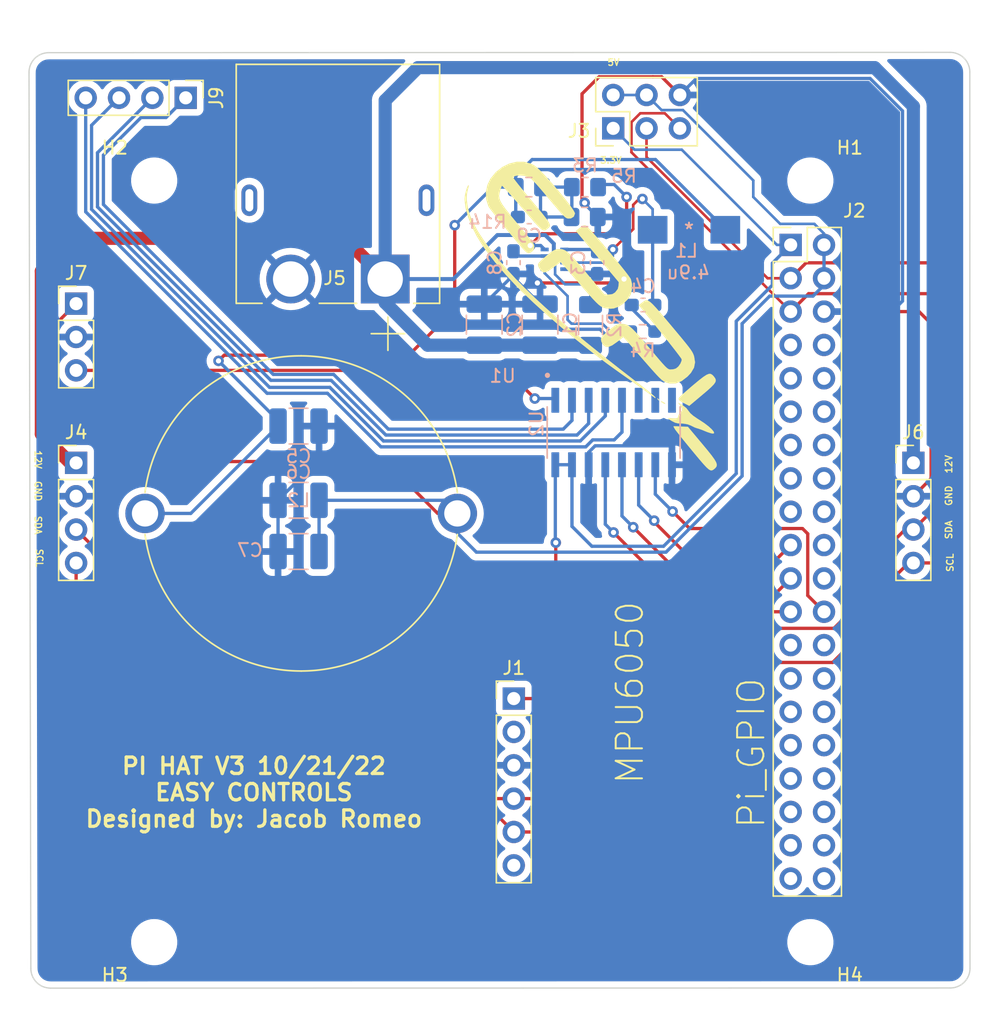
<source format=kicad_pcb>
(kicad_pcb (version 20211014) (generator pcbnew)
  (layers (0 "F.Cu" signal) (31 "B.Cu" signal) (34 "B.Paste" user) (35 "F.Paste" user) (36 "B.SilkS" user "B.Silkscreen") (37 "F.SilkS" user "F.Silkscreen") (38 "B.Mask" user) (39 "F.Mask" user) (44 "Edge.Cuts" user))
  (net 0 "")
  (net 14 "/3.3V")
  (net 17 "/MOSI")
  (net 18 "/MISO")
  (net 19 "/CS")
  (net 36 "Net-(C8-Pad1)")
  (net 37 "GND")
  (net 38 "12V")
  (net 39 "/5V")
  (net 40 "/SCL")
  (net 41 "/SDA")
  (net 42 "Net-(C3-Pad1)")
  (net 43 "Net-(C4-Pad1)")
  (net 44 "Net-(C4-Pad2)")
  (net 45 "Net-(C5-Pad1)")
  (net 46 "Net-(R2-Pad2)")
  (net 47 "Net-(R3-Pad1)")
  (net 48 "Net-(C9-Pad2)")
  (net 49 "Net-(R4-Pad1)")
  (net 50 "/PS")
  (net 51 "/SCLK")
  (net 52 "/A-D Converter/CELL1")
  (net 53 "/A-D Converter/CELL2")
  (net 54 "/A-D Converter/CELL3")
  (net 55 "/A-D Converter/VT")
  (footprint "Connector_PinHeader_2.54mm:PinHeader_2x03_P2.54mm_Vertical" (layer "F.Cu") (at 137.475 70.525 90)
    (fp_text reference "J3" (at -0.2 -2.6) (layer "F.SilkS"))
    (fp_text value "Display")
    (pad "1" thru_hole rect locked (at 0 0 90) (size 1.7 1.7) (drill 1) (layers *.Cu *.Mask) (net 14 "/3.3V"))
    (pad "2" thru_hole oval locked (at 2.54 0 90) (size 1.7 1.7) (drill 1) (layers *.Cu *.Mask) (net 39 "/5V"))
    (pad "3" thru_hole oval locked (at 0 2.54 90) (size 1.7 1.7) (drill 1) (layers *.Cu *.Mask) (net 41 "/SDA"))
    (pad "4" thru_hole oval locked (at 2.54 2.54 90) (size 1.7 1.7) (drill 1) (layers *.Cu *.Mask) (net 39 "/5V"))
    (pad "5" thru_hole oval locked (at 0 5.08 90) (size 1.7 1.7) (drill 1) (layers *.Cu *.Mask) (net 40 "/SCL"))
    (pad "6" thru_hole oval locked (at 2.54 5.08 90) (size 1.7 1.7) (drill 1) (layers *.Cu *.Mask) (net 37 "GND"))
  )
  (footprint "MountingHole:MountingHole_2.5mm" (layer "F.Cu") (at 152.5 74.5)
    (fp_text reference "H1" (at 3 -2.5) (layer "F.SilkS"))
    (fp_text value "MountingHole" hide)
    (pad "" np_thru_hole circle locked (at 0 0) (size 2.5 2.5) (drill 2.5) (layers *.Cu *.Mask))
  )
  (footprint "MountingHole:MountingHole_2.5mm" (layer "F.Cu") (at 102.5 74.5)
    (fp_text reference "H2" (at -3 -2.5) (layer "F.SilkS"))
    (fp_text value "MountingHole" hide)
    (pad "" np_thru_hole circle locked (at 0 0) (size 2.5 2.5) (drill 2.5) (layers *.Cu *.Mask))
  )
  (footprint "MountingHole:MountingHole_2.5mm" (layer "F.Cu") (at 102.5 132.5)
    (fp_text reference "H3" (at -3 2.5) (layer "F.SilkS"))
    (fp_text value "MountingHole" hide)
    (pad "" np_thru_hole circle locked (at 0 0) (size 2.5 2.5) (drill 2.5) (layers *.Cu *.Mask))
  )
  (footprint "Connector_PinHeader_2.54mm:PinHeader_1x06_P2.54mm_Vertical" (layer "F.Cu") (at 129.9 113.95)
    (fp_text reference "J1" (at 0 -2.33) (layer "F.SilkS"))
    (fp_text value "MPU 6050")
    (pad "1" thru_hole rect (at 0 0) (size 1.7 1.7) (drill 1) (layers *.Cu *.Mask) (net 14 "/3.3V"))
    (pad "2" thru_hole oval (at 0 2.54) (size 1.7 1.7) (drill 1) (layers *.Cu *.Mask))
    (pad "3" thru_hole oval (at 0 5.08) (size 1.7 1.7) (drill 1) (layers *.Cu *.Mask) (net 37 "GND"))
    (pad "4" thru_hole oval (at 0 7.62) (size 1.7 1.7) (drill 1) (layers *.Cu *.Mask) (net 40 "/SCL"))
    (pad "5" thru_hole oval (at 0 10.16) (size 1.7 1.7) (drill 1) (layers *.Cu *.Mask) (net 41 "/SDA"))
    (pad "6" thru_hole oval (at 0 12.7) (size 1.7 1.7) (drill 1) (layers *.Cu *.Mask))
  )
  (footprint "MountingHole:MountingHole_2.5mm" (layer "F.Cu") (at 152.5 132.5)
    (fp_text reference "H4" (at 3 2.5) (layer "F.SilkS"))
    (fp_text value "MountingHole" hide)
    (pad "" np_thru_hole circle locked (at 0 0) (size 2.5 2.5) (drill 2.5) (layers *.Cu *.Mask))
  )
  (footprint "Connector_PinHeader_2.54mm:PinHeader_2x20_P2.54mm_Vertical" (layer "F.Cu") (at 151 79.4)
    (fp_text reference "J2" (at 4.85 -2.6) (layer "F.SilkS"))
    (fp_text value "Pi_GPIO" (at -3 38.7 90) (layer "F.SilkS") (effects (font (size 2 2))))
    (pad "1" thru_hole rect locked (at 0 0) (size 1.7 1.7) (drill 1) (layers *.Cu *.Mask) (net 14 "/3.3V"))
    (pad "2" thru_hole oval locked (at 2.54 0) (size 1.7 1.7) (drill 1) (layers *.Cu *.Mask) (net 39 "/5V"))
    (pad "3" thru_hole oval locked (at 0 2.54) (size 1.7 1.7) (drill 1) (layers *.Cu *.Mask) (net 41 "/SDA"))
    (pad "4" thru_hole oval locked (at 2.54 2.54) (size 1.7 1.7) (drill 1) (layers *.Cu *.Mask) (net 39 "/5V"))
    (pad "5" thru_hole oval locked (at 0 5.08) (size 1.7 1.7) (drill 1) (layers *.Cu *.Mask) (net 40 "/SCL"))
    (pad "6" thru_hole oval locked (at 2.54 5.08) (size 1.7 1.7) (drill 1) (layers *.Cu *.Mask) (net 37 "GND"))
    (pad "7" thru_hole oval locked (at 0 7.62) (size 1.7 1.7) (drill 1) (layers *.Cu *.Mask))
    (pad "8" thru_hole oval locked (at 2.54 7.62) (size 1.7 1.7) (drill 1) (layers *.Cu *.Mask))
    (pad "9" thru_hole oval locked (at 0 10.16) (size 1.7 1.7) (drill 1) (layers *.Cu *.Mask))
    (pad "10" thru_hole oval locked (at 2.54 10.16) (size 1.7 1.7) (drill 1) (layers *.Cu *.Mask))
    (pad "11" thru_hole oval locked (at 0 12.7) (size 1.7 1.7) (drill 1) (layers *.Cu *.Mask))
    (pad "12" thru_hole oval locked (at 2.54 12.7) (size 1.7 1.7) (drill 1) (layers *.Cu *.Mask))
    (pad "13" thru_hole oval locked (at 0 15.24) (size 1.7 1.7) (drill 1) (layers *.Cu *.Mask))
    (pad "14" thru_hole oval locked (at 2.54 15.24) (size 1.7 1.7) (drill 1) (layers *.Cu *.Mask))
    (pad "15" thru_hole oval locked (at 0 17.78) (size 1.7 1.7) (drill 1) (layers *.Cu *.Mask))
    (pad "16" thru_hole oval locked (at 2.54 17.78) (size 1.7 1.7) (drill 1) (layers *.Cu *.Mask))
    (pad "17" thru_hole oval locked (at 0 20.32) (size 1.7 1.7) (drill 1) (layers *.Cu *.Mask))
    (pad "18" thru_hole oval locked (at 2.54 20.32) (size 1.7 1.7) (drill 1) (layers *.Cu *.Mask))
    (pad "19" thru_hole oval locked (at 0 22.86) (size 1.7 1.7) (drill 1) (layers *.Cu *.Mask) (net 17 "/MOSI"))
    (pad "20" thru_hole oval locked (at 2.54 22.86) (size 1.7 1.7) (drill 1) (layers *.Cu *.Mask))
    (pad "21" thru_hole oval locked (at 0 25.4) (size 1.7 1.7) (drill 1) (layers *.Cu *.Mask) (net 18 "/MISO"))
    (pad "22" thru_hole oval locked (at 2.54 25.4) (size 1.7 1.7) (drill 1) (layers *.Cu *.Mask))
    (pad "23" thru_hole oval locked (at 0 27.94) (size 1.7 1.7) (drill 1) (layers *.Cu *.Mask) (net 51 "/SCLK"))
    (pad "24" thru_hole oval locked (at 2.54 27.94) (size 1.7 1.7) (drill 1) (layers *.Cu *.Mask) (net 19 "/CS"))
    (pad "25" thru_hole oval locked (at 0 30.48) (size 1.7 1.7) (drill 1) (layers *.Cu *.Mask))
    (pad "26" thru_hole oval locked (at 2.54 30.48) (size 1.7 1.7) (drill 1) (layers *.Cu *.Mask))
    (pad "27" thru_hole oval locked (at 0 33.02) (size 1.7 1.7) (drill 1) (layers *.Cu *.Mask))
    (pad "28" thru_hole oval locked (at 2.54 33.02) (size 1.7 1.7) (drill 1) (layers *.Cu *.Mask))
    (pad "29" thru_hole oval locked (at 0 35.56) (size 1.7 1.7) (drill 1) (layers *.Cu *.Mask))
    (pad "30" thru_hole oval locked (at 2.54 35.56) (size 1.7 1.7) (drill 1) (layers *.Cu *.Mask))
    (pad "31" thru_hole oval locked (at 0 38.1) (size 1.7 1.7) (drill 1) (layers *.Cu *.Mask))
    (pad "32" thru_hole oval locked (at 2.54 38.1) (size 1.7 1.7) (drill 1) (layers *.Cu *.Mask))
    (pad "33" thru_hole oval locked (at 0 40.64) (size 1.7 1.7) (drill 1) (layers *.Cu *.Mask))
    (pad "34" thru_hole oval locked (at 2.54 40.64) (size 1.7 1.7) (drill 1) (layers *.Cu *.Mask))
    (pad "35" thru_hole oval locked (at 0 43.18) (size 1.7 1.7) (drill 1) (layers *.Cu *.Mask))
    (pad "36" thru_hole oval locked (at 2.54 43.18) (size 1.7 1.7) (drill 1) (layers *.Cu *.Mask))
    (pad "37" thru_hole oval locked (at 0 45.72) (size 1.7 1.7) (drill 1) (layers *.Cu *.Mask))
    (pad "38" thru_hole oval locked (at 2.54 45.72) (size 1.7 1.7) (drill 1) (layers *.Cu *.Mask))
    (pad "39" thru_hole oval locked (at 0 48.26) (size 1.7 1.7) (drill 1) (layers *.Cu *.Mask))
    (pad "40" thru_hole oval locked (at 2.54 48.26) (size 1.7 1.7) (drill 1) (layers *.Cu *.Mask))
  )
  (footprint "Connector_PinHeader_2.54mm:PinHeader_1x04_P2.54mm_Vertical" (layer "F.Cu") (at 96.55 96)
    (fp_text reference "J4" (at 0 -2.33) (layer "F.SilkS"))
    (fp_text value "Conn_01x04_Male")
    (pad "1" thru_hole rect (at 0 0) (size 1.7 1.7) (drill 1) (layers *.Cu *.Mask) (net 38 "12V"))
    (pad "2" thru_hole oval (at 0 2.54) (size 1.7 1.7) (drill 1) (layers *.Cu *.Mask) (net 37 "GND"))
    (pad "3" thru_hole oval (at 0 5.08) (size 1.7 1.7) (drill 1) (layers *.Cu *.Mask) (net 40 "/SCL"))
    (pad "4" thru_hole oval (at 0 7.62) (size 1.7 1.7) (drill 1) (layers *.Cu *.Mask) (net 41 "/SDA"))
  )
  (footprint ".pretty:AMASS_XT60PW-M" (layer "F.Cu") (at 116.5 76)
    (fp_text reference "J5" (at -0.25 5.93425) (layer "F.SilkS") (effects (font (size 1.000441 1.000441))))
    (fp_text value "XT60PW-M")
    (pad "1" thru_hole rect locked (at 3.6 6) (size 3.716 3.716) (drill 2.7) (layers *.Cu *.Mask) (net 38 "12V"))
    (pad "2" thru_hole circle locked (at -3.6 6) (size 3.716 3.716) (drill 2.7) (layers *.Cu *.Mask) (net 37 "GND"))
    (pad "S1" thru_hole oval locked (at 6.75 0) (size 1.2 2.4) (drill oval 0.6 1.7) (layers *.Cu *.Mask))
    (pad "S2" thru_hole oval locked (at -6.75 0) (size 1.2 2.4) (drill oval 0.6 1.7) (layers *.Cu *.Mask))
  )
  (footprint ".pretty:eppl_logo" (layer "F.Cu") (at 136.869358 85.090162 -50)
    (fp_text reference "G***" hide)
    (fp_text value "LOGO" hide)
  )
  (footprint ".pretty:IND_AIRD-02-151K" (layer "F.Cu") (at 113.7 99.85)
    (fp_text reference "L2" (at -0.2 -1) (layer "B.SilkS") (effects (justify mirror)))
    (fp_text value "220u")
    (pad "1" thru_hole circle (at -11.9 0) (size 3 3) (drill 2) (layers *.Cu *.Mask) (net 45 "Net-(C5-Pad1)"))
    (pad "2" thru_hole circle (at 11.9 0) (size 3 3) (drill 2) (layers *.Cu *.Mask) (net 39 "/5V"))
  )
  (footprint "Connector_PinHeader_2.54mm:PinHeader_1x04_P2.54mm_Vertical" (layer "F.Cu") (at 160.35 96)
    (fp_text reference "J6" (at 0 -2.33) (layer "F.SilkS"))
    (fp_text value "Conn_01x04_Male")
    (pad "1" thru_hole rect (at 0 0) (size 1.7 1.7) (drill 1) (layers *.Cu *.Mask) (net 38 "12V"))
    (pad "2" thru_hole oval (at 0 2.54) (size 1.7 1.7) (drill 1) (layers *.Cu *.Mask) (net 37 "GND"))
    (pad "3" thru_hole oval (at 0 5.08) (size 1.7 1.7) (drill 1) (layers *.Cu *.Mask) (net 40 "/SCL"))
    (pad "4" thru_hole oval (at 0 7.62) (size 1.7 1.7) (drill 1) (layers *.Cu *.Mask) (net 41 "/SDA"))
  )
  (footprint "Connector_PinHeader_2.54mm:PinHeader_1x03_P2.54mm_Vertical" (layer "F.Cu") (at 96.55 83.875)
    (fp_text reference "J7" (at 0 -2.33) (layer "F.SilkS"))
    (fp_text value "Pressure Sensor")
    (pad "1" thru_hole rect (at 0 0) (size 1.7 1.7) (drill 1) (layers *.Cu *.Mask) (net 39 "/5V"))
    (pad "2" thru_hole oval (at 0 2.54) (size 1.7 1.7) (drill 1) (layers *.Cu *.Mask) (net 37 "GND"))
    (pad "3" thru_hole oval (at 0 5.08) (size 1.7 1.7) (drill 1) (layers *.Cu *.Mask) (net 50 "/PS"))
  )
  (footprint "Connector_PinHeader_2.54mm:PinHeader_1x04_P2.54mm_Vertical" (layer "F.Cu") (at 104.9 68.2 -90)
    (fp_text reference "J9" (at 0 -2.33 90) (layer "F.SilkS"))
    (fp_text value "JST-BATT")
    (pad "1" thru_hole rect (at 0 0 270) (size 1.7 1.7) (drill 1) (layers *.Cu *.Mask) (net 52 "/A-D Converter/CELL1"))
    (pad "2" thru_hole oval (at 0 2.54 270) (size 1.7 1.7) (drill 1) (layers *.Cu *.Mask) (net 53 "/A-D Converter/CELL2"))
    (pad "3" thru_hole oval (at 0 5.08 270) (size 1.7 1.7) (drill 1) (layers *.Cu *.Mask) (net 54 "/A-D Converter/CELL3"))
    (pad "4" thru_hole oval (at 0 7.62 270) (size 1.7 1.7) (drill 1) (layers *.Cu *.Mask) (net 55 "/A-D Converter/VT"))
  )
  (footprint "Capacitor_SMD:C_1210_3225Metric_Pad1.33x2.70mm_HandSolder" (layer "B.Cu") (at 113.5 102.75 180)
    (fp_text reference "C7" (at 3.7 0.1) (layer "B.SilkS") (effects (justify mirror)))
    (fp_text value "22u")
    (pad "1" smd roundrect (at -1.5625 0 180) (size 1.325 2.7) (layers "B.Cu" "B.Paste" "B.Mask") (roundrect_rratio 0.1886792453) (net 39 "/5V"))
    (pad "2" smd roundrect (at 1.5625 0 180) (size 1.325 2.7) (layers "B.Cu" "B.Paste" "B.Mask") (roundrect_rratio 0.1886792453) (net 37 "GND"))
  )
  (footprint "Capacitor_SMD:C_0603_1608Metric_Pad1.08x0.95mm_HandSolder" (layer "B.Cu") (at 131.075 77.275)
    (fp_text reference "C9" (at 0 1.43) (layer "B.SilkS") (effects (justify mirror)))
    (fp_text value "10p")
    (pad "1" smd roundrect (at -0.8625 0) (size 1.075 0.95) (layers "B.Cu" "B.Paste" "B.Mask") (net 45 "Net-(C5-Pad1)"))
    (pad "2" smd roundrect (at 0.8625 0) (size 1.075 0.95) (layers "B.Cu" "B.Paste" "B.Mask") (net 48 "Net-(C9-Pad2)"))
  )
  (footprint "Capacitor_SMD:C_0603_1608Metric_Pad1.08x0.95mm_HandSolder" (layer "B.Cu") (at 136.25 80.75 -90)
    (fp_text reference "C3" (at 0 1.43 90) (layer "B.SilkS") (effects (justify mirror)))
    (fp_text value "1n")
    (pad "1" smd roundrect (at -0.8625 0 270) (size 1.075 0.95) (layers "B.Cu" "B.Paste" "B.Mask") (net 42 "Net-(C3-Pad1)"))
    (pad "2" smd roundrect (at 0.8625 0 270) (size 1.075 0.95) (layers "B.Cu" "B.Paste" "B.Mask") (net 37 "GND"))
  )
  (footprint "Capacitor_SMD:C_1210_3225Metric_Pad1.33x2.70mm_HandSolder" (layer "B.Cu") (at 113.5 98.85 180)
    (fp_text reference "C6" (at 0 2.15) (layer "B.SilkS") (effects (justify mirror)))
    (fp_text value "22u")
    (pad "1" smd roundrect (at -1.5625 0 180) (size 1.325 2.7) (layers "B.Cu" "B.Paste" "B.Mask") (roundrect_rratio 0.1886792453) (net 39 "/5V"))
    (pad "2" smd roundrect (at 1.5625 0 180) (size 1.325 2.7) (layers "B.Cu" "B.Paste" "B.Mask") (roundrect_rratio 0.1886792453) (net 37 "GND"))
  )
  (footprint "Capacitor_SMD:C_1210_3225Metric_Pad1.33x2.70mm_HandSolder" (layer "B.Cu") (at 131.9 85.475 90)
    (fp_text reference "C1" (at 0 2.3 90) (layer "B.SilkS") (effects (justify mirror)))
    (fp_text value "22u")
    (pad "1" smd roundrect (at -1.5625 0 90) (size 1.325 2.7) (layers "B.Cu" "B.Paste" "B.Mask") (roundrect_rratio 0.1886792453) (net 38 "12V"))
    (pad "2" smd roundrect (at 1.5625 0 90) (size 1.325 2.7) (layers "B.Cu" "B.Paste" "B.Mask") (roundrect_rratio 0.1886792453) (net 37 "GND"))
  )
  (footprint "Capacitor_SMD:C_1210_3225Metric_Pad1.33x2.70mm_HandSolder" (layer "B.Cu") (at 127.65 85.475 90)
    (fp_text reference "C2" (at 0 2.3 90) (layer "B.SilkS") (effects (justify mirror)))
    (fp_text value "0.1u")
    (pad "1" smd roundrect (at -1.5625 0 90) (size 1.325 2.7) (layers "B.Cu" "B.Paste" "B.Mask") (roundrect_rratio 0.1886792453) (net 38 "12V"))
    (pad "2" smd roundrect (at 1.5625 0 90) (size 1.325 2.7) (layers "B.Cu" "B.Paste" "B.Mask") (roundrect_rratio 0.1886792453) (net 37 "GND"))
  )
  (footprint "Resistor_SMD:R_1206_3216Metric_Pad1.30x1.75mm_HandSolder" (layer "B.Cu") (at 135.75 85.5 90)
    (fp_text reference "R2" (at 0 1.82 90) (layer "B.SilkS") (effects (justify mirror)))
    (fp_text value "604k")
    (pad "1" smd roundrect (at -1.55 0 90) (size 1.3 1.75) (layers "B.Cu" "B.Paste" "B.Mask") (roundrect_rratio 0.1923076923) (net 38 "12V"))
    (pad "2" smd roundrect (at 1.55 0 90) (size 1.3 1.75) (layers "B.Cu" "B.Paste" "B.Mask") (roundrect_rratio 0.1923076923) (net 46 "Net-(R2-Pad2)"))
  )
  (footprint "Capacitor_SMD:C_0603_1608Metric_Pad1.08x0.95mm_HandSolder" (layer "B.Cu") (at 139.75 83.975 180)
    (fp_text reference "C4" (at 0 1.43) (layer "B.SilkS") (effects (justify mirror)))
    (fp_text value "1u")
    (pad "1" smd roundrect (at -0.8625 0 180) (size 1.075 0.95) (layers "B.Cu" "B.Paste" "B.Mask") (net 43 "Net-(C4-Pad1)"))
    (pad "2" smd roundrect (at 0.8625 0 180) (size 1.075 0.95) (layers "B.Cu" "B.Paste" "B.Mask") (net 44 "Net-(C4-Pad2)"))
  )
  (footprint "Resistor_SMD:R_0805_2012Metric_Pad1.20x1.40mm_HandSolder" (layer "B.Cu") (at 135.3 77.275 180)
    (fp_text reference "R5" (at -3 3.125) (layer "B.SilkS") (effects (justify mirror)))
    (fp_text value "7.68K")
    (pad "1" smd roundrect (at -1 0 180) (size 1.2 1.4) (layers "B.Cu" "B.Paste" "B.Mask") (roundrect_rratio 0.2083333333) (net 37 "GND"))
    (pad "2" smd roundrect (at 1 0 180) (size 1.2 1.4) (layers "B.Cu" "B.Paste" "B.Mask") (roundrect_rratio 0.2083333333) (net 48 "Net-(C9-Pad2)"))
  )
  (footprint ".pretty:744777004" (layer "B.Cu") (at 143.25 78.25)
    (fp_text reference "L1" (at -0.2 1.6 180) (layer "B.SilkS") (effects (justify mirror)))
    (fp_text value "4.9u" (at -0.05 3.25 180) (layer "B.SilkS") (effects (justify mirror)))
    (fp_text user "*" (at 0 0 180) (layer "B.SilkS") (effects (justify mirror)))
    (pad "1" smd rect (at -2.7686 0 270) (size 2.1082 2.2606) (layers "B.Cu" "B.Paste" "B.Mask") (net 43 "Net-(C4-Pad1)"))
    (pad "2" smd rect (at 2.7686 0 270) (size 2.1082 2.2606) (layers "B.Cu" "B.Paste" "B.Mask") (net 45 "Net-(C5-Pad1)"))
  )
  (footprint "Resistor_SMD:R_0805_2012Metric_Pad1.20x1.40mm_HandSolder" (layer "B.Cu") (at 131.05 75)
    (fp_text reference "R14" (at -3.15 2.65) (layer "B.SilkS") (effects (justify mirror)))
    (fp_text value "40.2k")
    (pad "1" smd roundrect (at -1 0) (size 1.2 1.4) (layers "B.Cu" "B.Paste" "B.Mask") (roundrect_rratio 0.2083333333) (net 45 "Net-(C5-Pad1)"))
    (pad "2" smd roundrect (at 1 0) (size 1.2 1.4) (layers "B.Cu" "B.Paste" "B.Mask") (roundrect_rratio 0.2083333333) (net 48 "Net-(C9-Pad2)"))
  )
  (footprint ".pretty:MP2393GTL-P" (layer "B.Cu") (at 133 80.5 180)
    (fp_text reference "U1" (at 3.95 -8.875) (layer "B.SilkS") (effects (justify mirror)))
    (fp_text value "MP2315GJ-Z" hide)
    (pad "1" smd rect (at -0.7493 0.750001 180) (size 0.6096 0.2794) (layers "B.Cu" "B.Paste" "B.Mask") (net 42 "Net-(C3-Pad1)"))
    (pad "2" smd rect (at -0.7493 0.25 180) (size 0.6096 0.2794) (layers "B.Cu" "B.Paste" "B.Mask") (net 38 "12V"))
    (pad "3" smd rect (at -0.7493 -0.25 180) (size 0.6096 0.2794) (layers "B.Cu" "B.Paste" "B.Mask") (net 43 "Net-(C4-Pad1)"))
    (pad "4" smd rect (at -0.7493 -0.750001 180) (size 0.6096 0.2794) (layers "B.Cu" "B.Paste" "B.Mask") (net 37 "GND"))
    (pad "5" smd rect (at 0.7493 -0.750001 180) (size 0.6096 0.2794) (layers "B.Cu" "B.Paste" "B.Mask") (net 49 "Net-(R4-Pad1)"))
    (pad "6" smd rect (at 0.7493 -0.25 180) (size 0.6096 0.2794) (layers "B.Cu" "B.Paste" "B.Mask") (net 46 "Net-(R2-Pad2)"))
    (pad "7" smd rect (at 0.7493 0.25 180) (size 0.6096 0.2794) (layers "B.Cu" "B.Paste" "B.Mask") (net 36 "Net-(C8-Pad1)"))
    (pad "8" smd rect (at 0.7493 0.750001 180) (size 0.6096 0.2794) (layers "B.Cu" "B.Paste" "B.Mask") (net 47 "Net-(R3-Pad1)"))
  )
  (footprint "Capacitor_SMD:C_0603_1608Metric_Pad1.08x0.95mm_HandSolder" (layer "B.Cu") (at 129.875 80.75 -90)
    (fp_text reference "C8" (at 0 1.43 90) (layer "B.SilkS") (effects (justify mirror)))
    (fp_text value "6.8n")
    (pad "1" smd roundrect (at -0.8625 0 270) (size 1.075 0.95) (layers "B.Cu" "B.Paste" "B.Mask") (net 36 "Net-(C8-Pad1)"))
    (pad "2" smd roundrect (at 0.8625 0 270) (size 1.075 0.95) (layers "B.Cu" "B.Paste" "B.Mask") (net 37 "GND"))
  )
  (footprint "Resistor_SMD:R_0603_1608Metric_Pad0.98x0.95mm_HandSolder" (layer "B.Cu") (at 139.725 86)
    (fp_text reference "R4" (at 0 1.43) (layer "B.SilkS") (effects (justify mirror)))
    (fp_text value "20")
    (pad "1" smd roundrect (at -0.9125 0) (size 0.975 0.95) (layers "B.Cu" "B.Paste" "B.Mask") (net 49 "Net-(R4-Pad1)"))
    (pad "2" smd roundrect (at 0.9125 0) (size 0.975 0.95) (layers "B.Cu" "B.Paste" "B.Mask") (net 44 "Net-(C4-Pad2)"))
  )
  (footprint ".pretty:SOIC127P600X175-16N" (layer "B.Cu") (at 137.51 93.6875 -90)
    (fp_text reference "U2" (at -0.675 5.877 90) (layer "B.SilkS") (effects (justify mirror)))
    (fp_text value "MCP3008-I/SL")
    (pad "1" smd roundrect locked (at -2.455 4.445 270) (size 1.9 0.6) (layers "B.Cu" "B.Paste" "B.Mask") (roundrect_rratio 0.07) (net 50 "/PS"))
    (pad "2" smd roundrect locked (at -2.455 3.175 270) (size 1.9 0.6) (layers "B.Cu" "B.Paste" "B.Mask") (roundrect_rratio 0.07) (net 52 "/A-D Converter/CELL1"))
    (pad "3" smd roundrect locked (at -2.455 1.905 270) (size 1.9 0.6) (layers "B.Cu" "B.Paste" "B.Mask") (roundrect_rratio 0.07) (net 53 "/A-D Converter/CELL2"))
    (pad "4" smd roundrect locked (at -2.455 0.635 270) (size 1.9 0.6) (layers "B.Cu" "B.Paste" "B.Mask") (roundrect_rratio 0.07) (net 54 "/A-D Converter/CELL3"))
    (pad "5" smd roundrect locked (at -2.455 -0.635 270) (size 1.9 0.6) (layers "B.Cu" "B.Paste" "B.Mask") (roundrect_rratio 0.07) (net 55 "/A-D Converter/VT"))
    (pad "6" smd roundrect locked (at -2.455 -1.905 270) (size 1.9 0.6) (layers "B.Cu" "B.Paste" "B.Mask") (roundrect_rratio 0.07))
    (pad "7" smd roundrect locked (at -2.455 -3.175 270) (size 1.9 0.6) (layers "B.Cu" "B.Paste" "B.Mask") (roundrect_rratio 0.07))
    (pad "8" smd roundrect locked (at -2.455 -4.445 270) (size 1.9 0.6) (layers "B.Cu" "B.Paste" "B.Mask") (roundrect_rratio 0.07))
    (pad "9" smd roundrect locked (at 2.455 -4.445 270) (size 1.9 0.6) (layers "B.Cu" "B.Paste" "B.Mask") (roundrect_rratio 0.07) (net 37 "GND"))
    (pad "10" smd roundrect locked (at 2.455 -3.175 270) (size 1.9 0.6) (layers "B.Cu" "B.Paste" "B.Mask") (roundrect_rratio 0.07) (net 19 "/CS"))
    (pad "11" smd roundrect locked (at 2.455 -1.905 270) (size 1.9 0.6) (layers "B.Cu" "B.Paste" "B.Mask") (roundrect_rratio 0.07) (net 17 "/MOSI"))
    (pad "12" smd roundrect locked (at 2.455 -0.635 270) (size 1.9 0.6) (layers "B.Cu" "B.Paste" "B.Mask") (roundrect_rratio 0.07) (net 18 "/MISO"))
    (pad "13" smd roundrect locked (at 2.455 0.635 270) (size 1.9 0.6) (layers "B.Cu" "B.Paste" "B.Mask") (roundrect_rratio 0.07) (net 51 "/SCLK"))
    (pad "14" smd roundrect locked (at 2.455 1.905 270) (size 1.9 0.6) (layers "B.Cu" "B.Paste" "B.Mask") (roundrect_rratio 0.07) (net 37 "GND"))
    (pad "15" smd roundrect locked (at 2.455 3.175 270) (size 1.9 0.6) (layers "B.Cu" "B.Paste" "B.Mask") (roundrect_rratio 0.07) (net 14 "/3.3V"))
    (pad "16" smd roundrect locked (at 2.455 4.445 270) (size 1.9 0.6) (layers "B.Cu" "B.Paste" "B.Mask") (roundrect_rratio 0.07) (net 14 "/3.3V"))
  )
  (footprint "Capacitor_SMD:C_1210_3225Metric_Pad1.33x2.70mm_HandSolder" (layer "B.Cu") (at 113.5 93.2)
    (fp_text reference "C5" (at 0 2.3) (layer "B.SilkS") (effects (justify mirror)))
    (fp_text value "22u")
    (pad "1" smd roundrect (at -1.5625 0) (size 1.325 2.7) (layers "B.Cu" "B.Paste" "B.Mask") (roundrect_rratio 0.1886792453) (net 45 "Net-(C5-Pad1)"))
    (pad "2" smd roundrect (at 1.5625 0) (size 1.325 2.7) (layers "B.Cu" "B.Paste" "B.Mask") (roundrect_rratio 0.1886792453) (net 37 "GND"))
  )
  (footprint "Resistor_SMD:R_0805_2012Metric_Pad1.20x1.40mm_HandSolder" (layer "B.Cu") (at 135.325 75 180)
    (fp_text reference "R3" (at 0 1.65) (layer "B.SilkS") (effects (justify mirror)))
    (fp_text value "15k")
    (pad "1" smd roundrect (at -1 0 180) (size 1.2 1.4) (layers "B.Cu" "B.Paste" "B.Mask") (roundrect_rratio 0.2083333333) (net 47 "Net-(R3-Pad1)"))
    (pad "2" smd roundrect (at 1 0 180) (size 1.2 1.4) (layers "B.Cu" "B.Paste" "B.Mask") (roundrect_rratio 0.2083333333) (net 48 "Net-(C9-Pad2)"))
  )
  (gr_line (start 94.46066 64.7625) (end 163.15 64.7375) (layer "Edge.Cuts") (width 0.1))
  (gr_arc (start 92.96066 66.2625) (mid 93.400012 65.201852) (end 94.46066 64.7625) (layer "Edge.Cuts") (width 0.1))
  (gr_line (start 93.1 134.5) (end 92.96066 66.2625) (layer "Edge.Cuts") (width 0.1))
  (gr_arc (start 164.66434 134.48934) (mid 164.225 135.55) (end 163.16434 135.98934) (layer "Edge.Cuts") (width 0.1))
  (gr_line (start 164.65 66.2375) (end 164.66434 134.48934) (layer "Edge.Cuts") (width 0.1))
  (gr_arc (start 94.6 136) (mid 93.53934 135.56066) (end 93.1 134.5) (layer "Edge.Cuts") (width 0.1))
  (gr_arc (start 163.15 64.7375) (mid 164.210674 65.176837) (end 164.65 66.2375) (layer "Edge.Cuts") (width 0.1))
  (gr_line (start 163.16434 135.98934) (end 94.6 136) (layer "Edge.Cuts") (width 0.1))
  (gr_text "MPU6050" (at 138.75 113.5 90) (layer "F.SilkS") (effects (font (size 2 2))))
  (gr_text "3.3V" (at 137.3 72.95) (layer "F.SilkS") (effects (font (size 0.5 0.5) (thickness 0.1))))
  (gr_text "5V" (at 137.5 65.5) (layer "F.SilkS") (effects (font (size 0.5 0.5) (thickness 0.1))))
  (gr_text "SCL" (at 163.15 103.6 90) (layer "F.SilkS") (effects (font (size 0.5 0.5) (thickness 0.1))))
  (gr_text "GND" (at 93.65 98.15 -90) (layer "F.SilkS") (effects (font (size 0.5 0.5) (thickness 0.1))))
  (gr_text "SDA" (at 163.05 101.1 90) (layer "F.SilkS") (effects (font (size 0.5 0.5) (thickness 0.1))))
  (gr_text "12V" (at 93.65 95.75 -90) (layer "F.SilkS") (effects (font (size 0.5 0.5) (thickness 0.1))))
  (gr_text "SDA" (at 93.65 100.75 -90) (layer "F.SilkS") (effects (font (size 0.5 0.5) (thickness 0.1))))
  (gr_text "SCL" (at 93.75 103.25 -90) (layer "F.SilkS") (effects (font (size 0.5 0.5) (thickness 0.1))))
  (gr_text "GND" (at 163.05 98.5 90) (layer "F.SilkS") (effects (font (size 0.5 0.5) (thickness 0.1))))
  (gr_text "12V" (at 163.05 96.1 90) (layer "F.SilkS") (effects (font (size 0.5 0.5) (thickness 0.1))))
  (gr_text "PI HAT V3 10/21/22\nEASY CONTROLS\nDesigned by: Jacob Romeo" (at 110.1 121.1) (layer "F.SilkS") (effects (font (size 1.25 1.25) (thickness 0.25))))
  (segment (start 131.75 113.95) (end 129.9 113.95) (width 0.25) (layer "F.Cu") (net 14))
  (segment (start 133.1 102.0755) (end 133.1 112.6) (width 0.25) (layer "F.Cu") (net 14))
  (segment (start 133.1 112.6) (end 131.75 113.95) (width 0.25) (layer "F.Cu") (net 14))
  (via (at 133.1 102.0755) (size 0.8) (drill 0.4) (layers "F.Cu" "B.Cu") (net 14))
  (segment (start 149.6 82.463604) (end 149.6 80.8) (width 0.25) (layer "B.Cu") (net 14))
  (segment (start 146.85 96.813604) (end 146.85 85.213604) (width 0.25) (layer "B.Cu") (net 14))
  (segment (start 141.313604 102.35) (end 146.85 96.813604) (width 0.25) (layer "B.Cu") (net 14))
  (segment (start 142.702022 72.15) (end 149.952022 79.4) (width 0.2) (layer "B.Cu") (net 14))
  (segment (start 135.85 102.35) (end 141.313604 102.35) (width 0.25) (layer "B.Cu") (net 14))
  (segment (start 133.065 96.1425) (end 134.335 96.1425) (width 0.25) (layer "B.Cu") (net 14))
  (segment (start 133.065 102.0405) (end 133.1 102.0755) (width 0.25) (layer "B.Cu") (net 14))
  (segment (start 139.1 72.15) (end 142.702022 72.15) (width 0.2) (layer "B.Cu") (net 14))
  (segment (start 149.6 80.8) (end 151 79.4) (width 0.25) (layer "B.Cu") (net 14))
  (segment (start 134.335 96.1425) (end 134.335 100.835) (width 0.25) (layer "B.Cu") (net 14))
  (segment (start 146.85 85.213604) (end 149.6 82.463604) (width 0.25) (layer "B.Cu") (net 14))
  (segment (start 133.065 96.1425) (end 133.065 102.0405) (width 0.25) (layer "B.Cu") (net 14))
  (segment (start 134.335 100.835) (end 135.85 102.35) (width 0.25) (layer "B.Cu") (net 14))
  (segment (start 137.475 70.525) (end 139.1 72.15) (width 0.2) (layer "B.Cu") (net 14))
  (segment (start 149.952022 79.4) (end 151 79.4) (width 0.2) (layer "B.Cu") (net 14))
  (segment (start 148.56 104.7) (end 144.8 104.7) (width 0.25) (layer "F.Cu") (net 17))
  (segment (start 140.6 100.5) (end 140.6 100.4) (width 0.25) (layer "F.Cu") (net 17))
  (segment (start 151 102.26) (end 148.56 104.7) (width 0.25) (layer "F.Cu") (net 17))
  (segment (start 144.8 104.7) (end 140.6 100.5) (width 0.25) (layer "F.Cu") (net 17))
  (via (at 140.6 100.4) (size 0.8) (drill 0.4) (layers "F.Cu" "B.Cu") (net 17))
  (segment (start 140.6 100.4) (end 139.415 99.215) (width 0.25) (layer "B.Cu") (net 17))
  (segment (start 139.415 99.215) (end 139.415 96.1425) (width 0.25) (layer "B.Cu") (net 17))
  (segment (start 149.8 106) (end 144.1 106) (width 0.25) (layer "F.Cu") (net 18))
  (segment (start 144.1 106) (end 139 100.9) (width 0.25) (layer "F.Cu") (net 18))
  (segment (start 151 104.8) (end 149.8 106) (width 0.25) (layer "F.Cu") (net 18))
  (via (at 139 100.9) (size 0.8) (drill 0.4) (layers "F.Cu" "B.Cu") (net 18))
  (segment (start 139 100.9) (end 138.145 100.045) (width 0.25) (layer "B.Cu") (net 18))
  (segment (start 138.145 100.045) (end 138.145 96.1425) (width 0.25) (layer "B.Cu") (net 18))
  (segment (start 152.3 106.1) (end 153.54 107.34) (width 0.25) (layer "F.Cu") (net 19))
  (segment (start 142 99.7) (end 143.3 101) (width 0.25) (layer "F.Cu") (net 19))
  (segment (start 151.9 101) (end 152.3 101.4) (width 0.25) (layer "F.Cu") (net 19))
  (segment (start 143.3 101) (end 151.9 101) (width 0.25) (layer "F.Cu") (net 19))
  (segment (start 152.3 101.4) (end 152.3 106.1) (width 0.25) (layer "F.Cu") (net 19))
  (via (at 142 99.7) (size 0.8) (drill 0.4) (layers "F.Cu" "B.Cu") (net 19))
  (segment (start 140.685 98.385) (end 142 99.7) (width 0.25) (layer "B.Cu") (net 19))
  (segment (start 140.685 96.1425) (end 140.685 98.385) (width 0.25) (layer "B.Cu") (net 19))
  (segment (start 130.2375 80.25) (end 129.875 79.8875) (width 0.25) (layer "B.Cu") (net 36))
  (segment (start 132.2507 80.25) (end 130.2375 80.25) (width 0.25) (layer "B.Cu") (net 36))
  (segment (start 135.1 67.9) (end 135.1 76) (width 0.25) (layer "F.Cu") (net 37))
  (segment (start 141.17 66.6) (end 140.5 66.6) (width 0.25) (layer "F.Cu") (net 37))
  (segment (start 138 82.3) (end 138.3 82) (width 0.25) (layer "F.Cu") (net 37))
  (segment (start 140.5 66.6) (end 136.4 66.6) (width 0.25) (layer "F.Cu") (net 37))
  (segment (start 160.35 98.54) (end 161.7 97.19) (width 0.25) (layer "F.Cu") (net 37))
  (segment (start 161.7 85.4) (end 160.78 84.48) (width 0.25) (layer "F.Cu") (net 37))
  (segment (start 160.78 84.48) (end 153.54 84.48) (width 0.25) (layer "F.Cu") (net 37))
  (segment (start 135.1 76) (end 135.3 76.2) (width 0.25) (layer "F.Cu") (net 37))
  (segment (start 131.7 82.3) (end 138 82.3) (width 0.25) (layer "F.Cu") (net 37))
  (segment (start 136.4 66.6) (end 135.1 67.9) (width 0.25) (layer "F.Cu") (net 37))
  (segment (start 142.555 67.985) (end 141.17 66.6) (width 0.25) (layer "F.Cu") (net 37))
  (segment (start 161.7 97.19) (end 161.7 85.4) (width 0.25) (layer "F.Cu") (net 37))
  (via (at 135.3 76.2) (size 0.8) (drill 0.4) (layers "F.Cu" "B.Cu") (net 37))
  (via (at 138.3 82) (size 0.8) (drill 0.4) (layers "F.Cu" "B.Cu") (net 37))
  (via (at 131.7 82.3) (size 0.8) (drill 0.4) (layers "F.Cu" "B.Cu") (net 37))
  (segment (start 138.3 82) (end 137.9125 81.6125) (width 0.25) (layer "B.Cu") (net 37))
  (segment (start 138.3 78) (end 137.575 77.275) (width 0.25) (layer "B.Cu") (net 37))
  (segment (start 134.750001 81.250001) (end 133.7493 81.250001) (width 0.25) (layer "B.Cu") (net 37))
  (segment (start 135.1125 81.6125) (end 134.750001 81.250001) (width 0.25) (layer "B.Cu") (net 37))
  (segment (start 137.9125 81.6125) (end 137.3875 81.6125) (width 0.25) (layer "B.Cu") (net 37))
  (segment (start 129.875 81.6125) (end 129.875 81.8875) (width 0.25) (layer "B.Cu") (net 37))
  (segment (start 136.25 81.6125) (end 135.1125 81.6125) (width 0.25) (layer "B.Cu") (net 37))
  (segment (start 133.8125 85.825) (end 136.47396 85.825) (width 0.25) (layer "B.Cu") (net 37))
  (segment (start 136.1 94.7) (end 141.9 94.7) (width 0.25) (layer "B.Cu") (net 37))
  (segment (start 135.3 76.2) (end 135.3 76.275) (width 0.25) (layer "B.Cu") (net 37))
  (segment (start 131.9 83.9125) (end 133.8125 85.825) (width 0.25) (layer "B.Cu") (net 37))
  (segment (start 136.47396 85.825) (end 137.64896 87) (width 0.25) (layer "B.Cu") (net 37))
  (segment (start 131.9 83.9125) (end 131.9 82.5) (width 0.25) (layer "B.Cu") (net 37))
  (segment (start 142.9 89.9) (end 142.9 93.7) (width 0.25) (layer "B.Cu") (net 37))
  (segment (start 111.9375 98.85) (end 111.9375 102.75) (width 0.25) (layer "B.Cu") (net 37))
  (segment (start 137.575 77.275) (end 136.3 77.275) (width 0.25) (layer "B.Cu") (net 37))
  (segment (start 129.875 81.8875) (end 131.9 83.9125) (width 0.25) (layer "B.Cu") (net 37))
  (segment (start 115.0625 95.725) (end 111.9375 98.85) (width 0.25) (layer "B.Cu") (net 37))
  (segment (start 142 94.8) (end 142 96.0975) (width 0.25) (layer "B.Cu") (net 37))
  (segment (start 157.05 66.725) (end 143.815 66.725) (width 0.25) (layer "B.Cu") (net 37))
  (segment (start 129.875 81.6875) (end 127.65 83.9125) (width 0.25) (layer "B.Cu") (net 37))
  (segment (start 143.815 66.725) (end 142.555 67.985) (width 0.25) (layer "B.Cu") (net 37))
  (segment (start 138.3 80.7) (end 138.3 78) (width 0.25) (layer "B.Cu") (net 37))
  (segment (start 115.0625 93.2) (end 115.0625 95.725) (width 0.25) (layer "B.Cu") (net 37))
  (segment (start 135.605 95.195) (end 136.1 94.7) (width 0.25) (layer "B.Cu") (net 37))
  (segment (start 129.875 81.6125) (end 129.875 81.6875) (width 0.25) (layer "B.Cu") (net 37))
  (segment (start 135.3 76.275) (end 136.3 77.275) (width 0.25) (layer "B.Cu") (net 37))
  (segment (start 142.9 93.7) (end 141.9 94.7) (width 0.25) (layer "B.Cu") (net 37))
  (segment (start 140 87) (end 142.9 89.9) (width 0.25) (layer "B.Cu") (net 37))
  (segment (start 158.72 84.48) (end 159.525 83.675) (width 0.25) (layer "B.Cu") (net 37))
  (segment (start 137.64896 87) (end 140 87) (width 0.25) (layer "B.Cu") (net 37))
  (segment (start 135.605 96.1425) (end 135.605 95.195) (width 0.25) (layer "B.Cu") (net 37))
  (segment (start 159.525 69.2) (end 157.05 66.725) (width 0.25) (layer "B.Cu") (net 37))
  (segment (start 141.9 94.7) (end 142 94.8) (width 0.25) (layer "B.Cu") (net 37))
  (segment (start 131.9 82.5) (end 131.7 82.3) (width 0.25) (layer "B.Cu") (net 37))
  (segment (start 136.25 81.6125) (end 137.3875 81.6125) (width 0.25) (layer "B.Cu") (net 37))
  (segment (start 142 96.0975) (end 141.955 96.1425) (width 0.25) (layer "B.Cu") (net 37))
  (segment (start 137.3875 81.6125) (end 138.3 80.7) (width 0.25) (layer "B.Cu") (net 37))
  (segment (start 153.54 84.48) (end 158.72 84.48) (width 0.25) (layer "B.Cu") (net 37))
  (segment (start 159.525 83.675) (end 159.525 69.2) (width 0.25) (layer "B.Cu") (net 37))
  (segment (start 93.9 93.8) (end 93.9 81.4) (width 1) (layer "F.Cu") (net 38))
  (segment (start 96.1 96) (end 93.9 93.8) (width 1) (layer "F.Cu") (net 38))
  (segment (start 96.55 96) (end 96.1 96) (width 1) (layer "F.Cu") (net 38))
  (segment (start 93.9 81.4) (end 96.4 78.9) (width 1) (layer "F.Cu") (net 38))
  (segment (start 117 78.9) (end 120.1 82) (width 1) (layer "F.Cu") (net 38))
  (segment (start 96.4 78.9) (end 117 78.9) (width 1) (layer "F.Cu") (net 38))
  (segment (start 120.1 83.8) (end 123.3375 87.0375) (width 1) (layer "B.Cu") (net 38))
  (segment (start 120.1 82) (end 120.1 68.4) (width 1) (layer "B.Cu") (net 38))
  (segment (start 120.1 82) (end 125.3 82) (width 0.3) (layer "B.Cu") (net 38))
  (segment (start 125.3 82) (end 128.65 78.65) (width 0.3) (layer "B.Cu") (net 38))
  (segment (start 128.65 78.65) (end 132.294223 78.65) (width 0.3) (layer "B.Cu") (net 38))
  (segment (start 157.4 65.9) (end 160.35 68.85) (width 1) (layer "B.Cu") (net 38))
  (segment (start 135.7375 87.0375) (end 135.75 87.05) (width 0.25) (layer "B.Cu") (net 38))
  (segment (start 122.6 65.9) (end 157.4 65.9) (width 1) (layer "B.Cu") (net 38))
  (segment (start 123.3375 87.0375) (end 127.65 87.0375) (width 1) (layer "B.Cu") (net 38))
  (segment (start 131.9 87.0375) (end 135.7375 87.0375) (width 1) (layer "B.Cu") (net 38))
  (segment (start 132.95 79.95) (end 133.25 80.25) (width 0.3) (layer "B.Cu") (net 38))
  (segment (start 120.1 68.4) (end 122.6 65.9) (width 1) (layer "B.Cu") (net 38))
  (segment (start 132.95 79.305777) (end 132.95 79.95) (width 0.3) (layer "B.Cu") (net 38))
  (segment (start 133.25 80.25) (end 133.7493 80.25) (width 0.3) (layer "B.Cu") (net 38))
  (segment (start 127.65 87.0375) (end 131.9 87.0375) (width 1) (layer "B.Cu") (net 38))
  (segment (start 160.35 68.85) (end 160.35 96) (width 1) (layer "B.Cu") (net 38))
  (segment (start 132.294223 78.65) (end 132.95 79.305777) (width 0.3) (layer "B.Cu") (net 38))
  (segment (start 120.1 82) (end 120.1 83.8) (width 1) (layer "B.Cu") (net 38))
  (segment (start 94.9 85.525) (end 94.9 89.6) (width 0.25) (layer "F.Cu") (net 39))
  (segment (start 94.9 89.6) (end 101.2 95.9) (width 0.25) (layer "F.Cu") (net 39))
  (segment (start 120.15 95.9) (end 124.1 99.85) (width 0.25) (layer "F.Cu") (net 39))
  (segment (start 101.2 95.9) (end 120.15 95.9) (width 0.25) (layer "F.Cu") (net 39))
  (segment (start 96.55 83.875) (end 94.9 85.525) (width 0.25) (layer "F.Cu") (net 39))
  (segment (start 127.05 102.8) (end 141.5 102.8) (width 0.25) (layer "B.Cu") (net 39))
  (segment (start 147.3 85.4) (end 149.4 83.3) (width 0.25) (layer "B.Cu") (net 39))
  (segment (start 152.8 77.8) (end 153.54 78.54) (width 0.2) (layer "B.Cu") (net 39))
  (segment (start 148.15 74.494345) (end 148.15 75.75) (width 0.2) (layer "B.Cu") (net 39))
  (segment (start 142.790166 69.134511) (end 148.15 74.494345) (width 0.2) (layer "B.Cu") (net 39))
  (segment (start 141.164511 69.134511) (end 142.790166 69.134511) (width 0.2) (layer "B.Cu") (net 39))
  (segment (start 125.55 99.85) (end 124.55 98.85) (width 0.25) (layer "B.Cu") (net 39))
  (segment (start 141.5 102.8) (end 147.3 97) (width 0.25) (layer "B.Cu") (net 39))
  (segment (start 125.6 99.85) (end 125.55 99.85) (width 0.25) (layer "B.Cu") (net 39))
  (segment (start 125.6 101.35) (end 125.6 99.85) (width 0.25) (layer "B.Cu") (net 39))
  (segment (start 147.3 97) (end 147.3 85.4) (width 0.25) (layer "B.Cu") (net 39))
  (segment (start 140.015 67.985) (end 141.164511 69.134511) (width 0.2) (layer "B.Cu") (net 39))
  (segment (start 137.475 67.985) (end 140.015 67.985) (width 0.2) (layer "B.Cu") (net 39))
  (segment (start 152.7 83.3) (end 153.54 82.46) (width 0.25) (layer "B.Cu") (net 39))
  (segment (start 115.0625 98.85) (end 115.0625 102.75) (width 0.25) (layer "B.Cu") (net 39))
  (segment (start 124.55 98.85) (end 115.0625 98.85) (width 0.25) (layer "B.Cu") (net 39))
  (segment (start 153.54 79.4) (end 153.54 81.94) (width 0.25) (layer "B.Cu") (net 39))
  (segment (start 127.05 102.8) (end 125.6 101.35) (width 0.25) (layer "B.Cu") (net 39))
  (segment (start 149.4 83.3) (end 152.7 83.3) (width 0.25) (layer "B.Cu") (net 39))
  (segment (start 153.54 78.54) (end 153.54 79.4) (width 0.2) (layer "B.Cu") (net 39))
  (segment (start 148.15 75.75) (end 150.2 77.8) (width 0.2) (layer "B.Cu") (net 39))
  (segment (start 150.2 77.8) (end 152.8 77.8) (width 0.2) (layer "B.Cu") (net 39))
  (segment (start 153.54 82.46) (end 153.54 81.94) (width 0.25) (layer "B.Cu") (net 39))
  (segment (start 162.6 84.1) (end 161.614511 83.114511) (width 0.25) (layer "F.Cu") (net 40))
  (segment (start 157.4 105.5) (end 157.4 103.4) (width 0.25) (layer "F.Cu") (net 40))
  (segment (start 160.35 101.08) (end 162.6 98.83) (width 0.25) (layer "F.Cu") (net 40))
  (segment (start 98.3 111.2) (end 98.3 102.83) (width 0.25) (layer "F.Cu") (net 40))
  (segment (start 139.538856 69.375489) (end 138.865489 70.048856) (width 0.2) (layer "F.Cu") (net 40))
  (segment (start 142.555 70.525) (end 141.405489 69.375489) (width 0.2) (layer "F.Cu") (net 40))
  (segment (start 161.614511 83.114511) (end 152.365489 83.114511) (width 0.25) (layer "F.Cu") (net 40))
  (segment (start 152.365489 83.114511) (end 151 84.48) (width 0.25) (layer "F.Cu") (net 40))
  (segment (start 149.8 108.6) (end 154.3 108.6) (width 0.25) (layer "F.Cu") (net 40))
  (segment (start 98.3 102.83) (end 96.55 101.08) (width 0.25) (layer "F.Cu") (net 40))
  (segment (start 136.83 121.57) (end 149.8 108.6) (width 0.25) (layer "F.Cu") (net 40))
  (segment (start 141.405489 69.375489) (end 139.538856 69.375489) (width 0.2) (layer "F.Cu") (net 40))
  (segment (start 154.3 108.6) (end 157.4 105.5) (width 0.25) (layer "F.Cu") (net 40))
  (segment (start 162.6 98.83) (end 162.6 84.1) (width 0.25) (layer "F.Cu") (net 40))
  (segment (start 138.865489 70.048856) (end 138.865489 72.345489) (width 0.2) (layer "F.Cu") (net 40))
  (segment (start 138.865489 72.345489) (end 151 84.48) (width 0.2) (layer "F.Cu") (net 40))
  (segment (start 129.9 121.57) (end 108.67 121.57) (width 0.25) (layer "F.Cu") (net 40))
  (segment (start 129.9 121.57) (end 136.83 121.57) (width 0.25) (layer "F.Cu") (net 40))
  (segment (start 159.72 101.08) (end 160.35 101.08) (width 0.25) (layer "F.Cu") (net 40))
  (segment (start 108.67 121.57) (end 98.3 111.2) (width 0.25) (layer "F.Cu") (net 40))
  (segment (start 157.4 103.4) (end 159.72 101.08) (width 0.25) (layer "F.Cu") (net 40))
  (segment (start 140.015 70.525) (end 140.015 72.715) (width 0.2) (layer "F.Cu") (net 41))
  (segment (start 155.2 108.4) (end 159.98 103.62) (width 0.25) (layer "F.Cu") (net 41))
  (segment (start 108.563604 122.1) (end 96.55 110.086396) (width 0.25) (layer "F.Cu") (net 41))
  (segment (start 152.174511 80.765489) (end 151 81.94) (width 0.25) (layer "F.Cu") (net 41))
  (segment (start 163.7 83) (end 161.465489 80.765489) (width 0.25) (layer "F.Cu") (net 41))
  (segment (start 129.9 124.11) (end 134.926396 124.11) (width 0.25) (layer "F.Cu") (net 41))
  (segment (start 159.98 103.62) (end 160.35 103.62) (width 0.25) (layer "F.Cu") (net 41))
  (segment (start 161.465489 80.765489) (end 152.174511 80.765489) (width 0.25) (layer "F.Cu") (net 41))
  (segment (start 154.2 111.2) (end 155.2 110.2) (width 0.25) (layer "F.Cu") (net 41))
  (segment (start 129.9 124.11) (end 127.89 122.1) (width 0.25) (layer "F.Cu") (net 41))
  (segment (start 127.89 122.1) (end 108.563604 122.1) (width 0.25) (layer "F.Cu") (net 41))
  (segment (start 160.35 103.62) (end 162.58 103.62) (width 0.25) (layer "F.Cu") (net 41))
  (segment (start 163.7 102.5) (end 163.7 83) (width 0.25) (layer "F.Cu") (net 41))
  (segment (start 140.015 72.715) (end 149.24 81.94) (width 0.2) (layer "F.Cu") (net 41))
  (segment (start 147.836396 111.2) (end 154.2 111.2) (width 0.25) (layer "F.Cu") (net 41))
  (segment (start 155.2 110.2) (end 155.2 108.4) (width 0.25) (layer "F.Cu") (net 41))
  (segment (start 162.58 103.62) (end 163.7 102.5) (width 0.25) (layer "F.Cu") (net 41))
  (segment (start 134.926396 124.11) (end 147.836396 111.2) (width 0.25) (layer "F.Cu") (net 41))
  (segment (start 149.24 81.94) (end 151 81.94) (width 0.2) (layer "F.Cu") (net 41))
  (segment (start 96.55 110.086396) (end 96.55 103.62) (width 0.25) (layer "F.Cu") (net 41))
  (segment (start 136.25 79.8875) (end 136.112499 79.749999) (width 0.25) (layer "B.Cu") (net 42))
  (segment (start 136.112499 79.749999) (end 133.7493 79.749999) (width 0.25) (layer "B.Cu") (net 42))
  (segment (start 139.25 76.1) (end 139.45 75.9) (width 0.2) (layer "F.Cu") (net 43))
  (segment (start 137.45 79.75) (end 139 78.2) (width 0.2) (layer "F.Cu") (net 43))
  (segment (start 139 78.2) (end 139 76.35) (width 0.2) (layer "F.Cu") (net 43))
  (segment (start 139.45 75.9) (end 139.7 75.9) (width 0.2) (layer "F.Cu") (net 43))
  (segment (start 139 76.35) (end 139.25 76.1) (width 0.2) (layer "F.Cu") (net 43))
  (via (at 139.7 75.9) (size 0.8) (drill 0.4) (layers "F.Cu" "B.Cu") (net 43))
  (via (at 137.45 79.75) (size 0.8) (drill 0.4) (layers "F.Cu" "B.Cu") (net 43))
  (segment (start 139.7 75.9) (end 140.4814 76.6814) (width 0.2) (layer "B.Cu") (net 43))
  (segment (start 137.4 80.3) (end 137.45 80.25) (width 0.2) (layer "B.Cu") (net 43))
  (segment (start 133.7493 80.75) (end 136.95 80.75) (width 0.2) (layer "B.Cu") (net 43))
  (segment (start 140.4814 78.25) (end 140.4814 83.8439) (width 0.25) (layer "B.Cu") (net 43))
  (segment (start 140.4814 76.6814) (end 140.4814 78.25) (width 0.2) (layer "B.Cu") (net 43))
  (segment (start 137.45 80.25) (end 137.45 79.75) (width 0.2) (layer "B.Cu") (net 43))
  (segment (start 140.4814 83.8439) (end 140.6125 83.975) (width 0.25) (layer "B.Cu") (net 43))
  (segment (start 136.95 80.75) (end 137.4 80.3) (width 0.2) (layer "B.Cu") (net 43))
  (segment (start 138.8875 83.975) (end 138.8875 84.25) (width 0.25) (layer "B.Cu") (net 44))
  (segment (start 138.8875 84.25) (end 140.6375 86) (width 0.25) (layer "B.Cu") (net 44))
  (segment (start 125.4 84.3) (end 125.4 77.9) (width 0.25) (layer "F.Cu") (net 45))
  (segment (start 113.8 87.8) (end 107.8305 87.8) (width 0.25) (layer "F.Cu") (net 45))
  (segment (start 121.9 87.8) (end 125.3 84.4) (width 0.25) (layer "F.Cu") (net 45))
  (segment (start 107.8305 87.8) (end 107.4 88.2305) (width 0.25) (layer "F.Cu") (net 45))
  (segment (start 125.3 84.4) (end 125.4 84.3) (width 0.25) (layer "F.Cu") (net 45))
  (segment (start 113.8 87.8) (end 121.9 87.8) (width 0.25) (layer "F.Cu") (net 45))
  (via (at 107.4 88.2305) (size 0.8) (drill 0.4) (layers "F.Cu" "B.Cu") (net 45))
  (via (at 125.4 77.9) (size 0.8) (drill 0.4) (layers "F.Cu" "B.Cu") (net 45))
  (segment (start 111.9375 92.768) (end 111.9375 93.2) (width 0.25) (layer "B.Cu") (net 45))
  (segment (start 140.7 72.9) (end 131.3 72.9) (width 0.25) (layer "B.Cu") (net 45))
  (segment (start 131.3 72.9) (end 130.05 74.15) (width 0.25) (layer "B.Cu") (net 45))
  (segment (start 128.3 75) (end 130.05 75) (width 0.25) (layer "B.Cu") (net 45))
  (segment (start 130.05 75) (end 130.05 77.1125) (width 0.25) (layer "B.Cu") (net 45))
  (segment (start 101.8 99.85) (end 105.2875 99.85) (width 0.25) (layer "B.Cu") (net 45))
  (segment (start 130.05 77.1125) (end 130.2125 77.275) (width 0.25) (layer "B.Cu") (net 45))
  (segment (start 130.05 74.15) (end 130.05 75) (width 0.25) (layer "B.Cu") (net 45))
  (segment (start 105.2875 99.85) (end 111.9375 93.2) (width 0.25) (layer "B.Cu") (net 45))
  (segment (start 107.4 88.2305) (end 111.9375 92.768) (width 0.25) (layer "B.Cu") (net 45))
  (segment (start 146.0186 78.2186) (end 140.7 72.9) (width 0.25) (layer "B.Cu") (net 45))
  (segment (start 125.4 77.9) (end 128.3 75) (width 0.25) (layer "B.Cu") (net 45))
  (segment (start 146.0186 78.25) (end 146.0186 78.2186) (width 0.25) (layer "B.Cu") (net 45))
  (segment (start 133.05 81.65) (end 133.8 82.4) (width 0.2) (layer "B.Cu") (net 46))
  (segment (start 132.794221 80.75) (end 133.05 81.005779) (width 0.2) (layer "B.Cu") (net 46))
  (segment (start 132.2507 80.75) (end 132.794221 80.75) (width 0.2) (layer "B.Cu") (net 46))
  (segment (start 133.05 81.005779) (end 133.05 81.65) (width 0.2) (layer "B.Cu") (net 46))
  (segment (start 135.75 82.8) (end 135.75 83.95) (width 0.2) (layer "B.Cu") (net 46))
  (segment (start 133.8 82.4) (end 135.35 82.4) (width 0.2) (layer "B.Cu") (net 46))
  (segment (start 135.35 82.4) (end 135.75 82.8) (width 0.2) (layer "B.Cu") (net 46))
  (segment (start 137.15 78.55) (end 132.05 78.55) (width 0.25) (layer "F.Cu") (net 47))
  (segment (start 137.15 78.55) (end 138.5 77.2) (width 0.25) (layer "F.Cu") (net 47))
  (segment (start 138.5 77.2) (end 138.5 75.75) (width 0.25) (layer "F.Cu") (net 47))
  (segment (start 132.05 78.55) (end 131.15 79.45) (width 0.25) (layer "F.Cu") (net 47))
  (via (at 131.15 79.45) (size 0.8) (drill 0.4) (layers "F.Cu" "B.Cu") (net 47))
  (via (at 138.5 75.75) (size 0.8) (drill 0.4) (layers "F.Cu" "B.Cu") (net 47))
  (segment (start 131.950701 79.45) (end 132.2507 79.749999) (width 0.25) (layer "B.Cu") (net 47))
  (segment (start 136.525 74.8) (end 136.325 75) (width 0.25) (layer "B.Cu") (net 47))
  (segment (start 137.55 74.8) (end 136.525 74.8) (width 0.25) (layer "B.Cu") (net 47))
  (segment (start 131.15 79.45) (end 131.950701 79.45) (width 0.25) (layer "B.Cu") (net 47))
  (segment (start 138.5 75.75) (end 137.55 74.8) (width 0.25) (layer "B.Cu") (net 47))
  (segment (start 132.05 75) (end 134.325 75) (width 0.25) (layer "B.Cu") (net 48))
  (segment (start 134.325 77.25) (end 134.3 77.275) (width 0.25) (layer "B.Cu") (net 48))
  (segment (start 134.325 75) (end 134.325 77.25) (width 0.25) (layer "B.Cu") (net 48))
  (segment (start 131.9375 77.275) (end 131.9375 75.1125) (width 0.25) (layer "B.Cu") (net 48))
  (segment (start 134.3 77.275) (end 131.9375 77.275) (width 0.25) (layer "B.Cu") (net 48))
  (segment (start 131.9375 75.1125) (end 132.05 75) (width 0.25) (layer "B.Cu") (net 48))
  (segment (start 134.3 85.4) (end 134 85.1) (width 0.2) (layer "B.Cu") (net 49))
  (segment (start 134 83.3) (end 132.2507 81.5507) (width 0.2) (layer "B.Cu") (net 49))
  (segment (start 138.8125 86) (end 137.25 86) (width 0.2) (layer "B.Cu") (net 49))
  (segment (start 137.25 86) (end 136.65 85.4) (width 0.2) (layer "B.Cu") (net 49))
  (segment (start 134 85.1) (end 134 83.3) (width 0.2) (layer "B.Cu") (net 49))
  (segment (start 132.2507 81.5507) (end 132.2507 81.250001) (width 0.2) (layer "B.Cu") (net 49))
  (segment (start 136.65 85.4) (end 134.3 85.4) (width 0.2) (layer "B.Cu") (net 49))
  (segment (start 129.355 88.955) (end 131.5 91.1) (width 0.25) (layer "F.Cu") (net 50))
  (segment (start 96.55 88.955) (end 129.355 88.955) (width 0.25) (layer "F.Cu") (net 50))
  (via (at 131.5 91.1) (size 0.8) (drill 0.4) (layers "F.Cu" "B.Cu") (net 50))
  (segment (start 131.5 91.1) (end 132.9325 91.1) (width 0.25) (layer "B.Cu") (net 50))
  (segment (start 132.9325 91.1) (end 133.065 91.2325) (width 0.25) (layer "B.Cu") (net 50))
  (segment (start 143.54 107.34) (end 151 107.34) (width 0.25) (layer "F.Cu") (net 51))
  (segment (start 137.5 101.3) (end 143.54 107.34) (width 0.25) (layer "F.Cu") (net 51))
  (via (at 137.5 101.3) (size 0.8) (drill 0.4) (layers "F.Cu" "B.Cu") (net 51))
  (segment (start 136.875 100.675) (end 137.5 101.3) (width 0.25) (layer "B.Cu") (net 51))
  (segment (start 136.875 96.1425) (end 136.875 100.675) (width 0.25) (layer "B.Cu") (net 51))
  (segment (start 116.172792 89.263604) (end 120.34099 93.431802) (width 0.25) (layer "B.Cu") (net 52))
  (segment (start 98.63 72.566396) (end 98.63 76.320812) (width 0.25) (layer "B.Cu") (net 52))
  (segment (start 104.9 68.2) (end 103.4 69.7) (width 0.25) (layer "B.Cu") (net 52))
  (segment (start 120.34099 93.431802) (end 133.668198 93.431802) (width 0.25) (layer "B.Cu") (net 52))
  (segment (start 103.4 69.7) (end 101.496396 69.7) (width 0.25) (layer "B.Cu") (net 52))
  (segment (start 134.335 92.765) (end 134.335 91.2325) (width 0.25) (layer "B.Cu") (net 52))
  (segment (start 101.496396 69.7) (end 98.63 72.566396) (width 0.25) (layer "B.Cu") (net 52))
  (segment (start 98.63 76.320812) (end 111.572792 89.263604) (width 0.25) (layer "B.Cu") (net 52))
  (segment (start 133.668198 93.431802) (end 134.335 92.765) (width 0.25) (layer "B.Cu") (net 52))
  (segment (start 111.572792 89.263604) (end 116.172792 89.263604) (width 0.25) (layer "B.Cu") (net 52))
  (segment (start 111.386396 89.713604) (end 98.18 76.507208) (width 0.25) (layer "B.Cu") (net 53))
  (segment (start 135.605 92.995) (end 134.718198 93.881802) (width 0.25) (layer "B.Cu") (net 53))
  (segment (start 98.18 72.38) (end 102.36 68.2) (width 0.25) (layer "B.Cu") (net 53))
  (segment (start 115.986396 89.713604) (end 111.386396 89.713604) (width 0.25) (layer "B.Cu") (net 53))
  (segment (start 120.154594 93.881802) (end 115.986396 89.713604) (width 0.25) (layer "B.Cu") (net 53))
  (segment (start 98.18 76.507208) (end 98.18 72.38) (width 0.25) (layer "B.Cu") (net 53))
  (segment (start 135.605 91.2325) (end 135.605 92.995) (width 0.25) (layer "B.Cu") (net 53))
  (segment (start 134.718198 93.881802) (end 120.154594 93.881802) (width 0.25) (layer "B.Cu") (net 53))
  (segment (start 115.886396 90.25) (end 119.968198 94.331802) (width 0.25) (layer "B.Cu") (net 54))
  (segment (start 97.73 76.693604) (end 111.286396 90.25) (width 0.25) (layer "B.Cu") (net 54))
  (segment (start 119.968198 94.331802) (end 134.968198 94.331802) (width 0.25) (layer "B.Cu") (net 54))
  (segment (start 134.968198 94.331802) (end 136.875 92.425) (width 0.25) (layer "B.Cu") (net 54))
  (segment (start 111.286396 90.25) (end 115.886396 90.25) (width 0.25) (layer "B.Cu") (net 54))
  (segment (start 99.82 68.2) (end 97.73 70.29) (width 0.25) (layer "B.Cu") (net 54))
  (segment (start 97.73 70.29) (end 97.73 76.693604) (width 0.25) (layer "B.Cu") (net 54))
  (segment (start 136.875 92.425) (end 136.875 91.2325) (width 0.25) (layer "B.Cu") (net 54))
  (segment (start 137.55 94.25) (end 138.145 93.655) (width 0.25) (layer "B.Cu") (net 55))
  (segment (start 115.7 90.7) (end 119.781802 94.781802) (width 0.25) (layer "B.Cu") (net 55))
  (segment (start 111.1 90.7) (end 115.7 90.7) (width 0.25) (layer "B.Cu") (net 55))
  (segment (start 97.28 76.88) (end 111.1 90.7) (width 0.25) (layer "B.Cu") (net 55))
  (segment (start 135.381802 94.781802) (end 135.913604 94.25) (width 0.25) (layer "B.Cu") (net 55))
  (segment (start 138.145 93.655) (end 138.145 91.2325) (width 0.25) (layer "B.Cu") (net 55))
  (segment (start 97.28 68.2) (end 97.28 76.88) (width 0.25) (layer "B.Cu") (net 55))
  (segment (start 119.781802 94.781802) (end 135.381802 94.781802) (width 0.25) (layer "B.Cu") (net 55))
  (segment (start 135.913604 94.25) (end 137.55 94.25) (width 0.25) (layer "B.Cu") (net 55))
  (zone (net 37) (net_name "GND") (layer "B.Cu") (connect_pads (clearance 0.508)) (min_thickness 0.254) (fill yes (thermal_gap 0.508) (thermal_bridge_width 0.508))
    (polygon (pts (xy 165.75 138.75) (xy 90.75 138) (xy 91 60.75) (xy 165.75 60.75)))
  )
)
</source>
